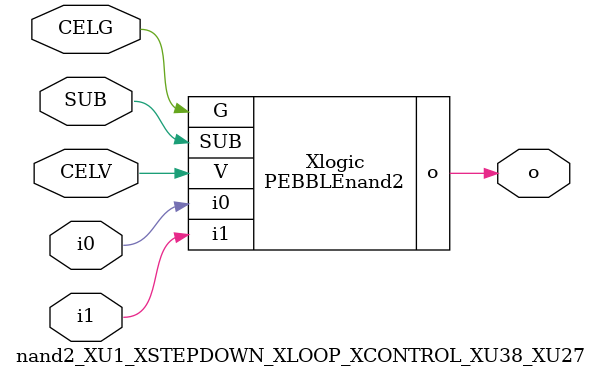
<source format=v>



module PEBBLEnand2 ( o, G, SUB, V, i0, i1 );

  input i0;
  input V;
  input i1;
  input G;
  output o;
  input SUB;
endmodule

//Celera Confidential Do Not Copy nand2_XU1_XSTEPDOWN_XLOOP_XCONTROL_XU38_XU27
//Celera Confidential Symbol Generator
//5V NAND2
module nand2_XU1_XSTEPDOWN_XLOOP_XCONTROL_XU38_XU27 (CELV,CELG,i0,i1,o,SUB);
input CELV;
input CELG;
input i0;
input i1;
input SUB;
output o;

//Celera Confidential Do Not Copy nand2
PEBBLEnand2 Xlogic(
.V (CELV),
.i0 (i0),
.i1 (i1),
.o (o),
.SUB (SUB),
.G (CELG)
);
//,diesize,PEBBLEnand2

//Celera Confidential Do Not Copy Module End
//Celera Schematic Generator
endmodule

</source>
